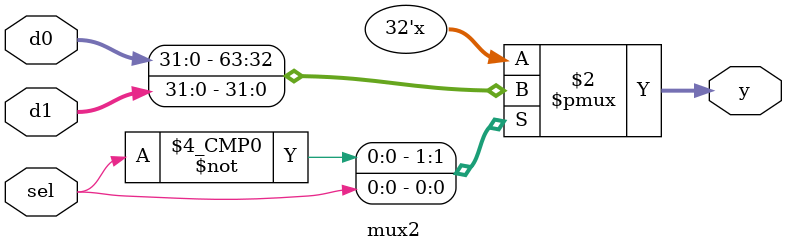
<source format=sv>
`timescale 1ns / 1ps

module mux2(
    input logic [31:0] d0, d1,
    input logic sel,
    output logic [31:0] y
    );
    
    always_comb begin
        case(sel)
            1'b0: y = d0;
            1'b1: y = d1;
        endcase
    end
endmodule
</source>
